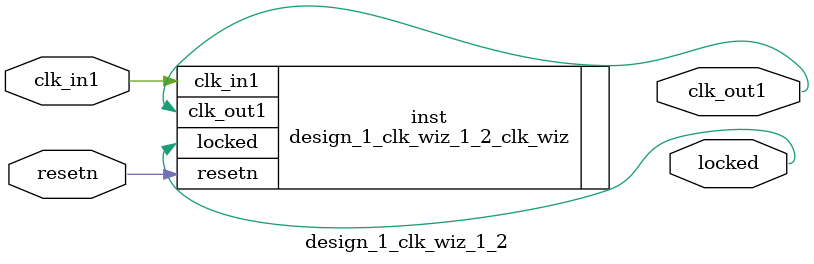
<source format=v>


`timescale 1ps/1ps

(* CORE_GENERATION_INFO = "design_1_clk_wiz_1_2,clk_wiz_v6_0_2_0_0,{component_name=design_1_clk_wiz_1_2,use_phase_alignment=true,use_min_o_jitter=false,use_max_i_jitter=false,use_dyn_phase_shift=false,use_inclk_switchover=false,use_dyn_reconfig=false,enable_axi=0,feedback_source=FDBK_AUTO,PRIMITIVE=MMCM,num_out_clk=1,clkin1_period=10.000,clkin2_period=10.000,use_power_down=false,use_reset=true,use_locked=true,use_inclk_stopped=false,feedback_type=SINGLE,CLOCK_MGR_TYPE=NA,manual_override=false}" *)

module design_1_clk_wiz_1_2 
 (
  // Clock out ports
  output        clk_out1,
  // Status and control signals
  input         resetn,
  output        locked,
 // Clock in ports
  input         clk_in1
 );

  design_1_clk_wiz_1_2_clk_wiz inst
  (
  // Clock out ports  
  .clk_out1(clk_out1),
  // Status and control signals               
  .resetn(resetn), 
  .locked(locked),
 // Clock in ports
  .clk_in1(clk_in1)
  );

endmodule

</source>
